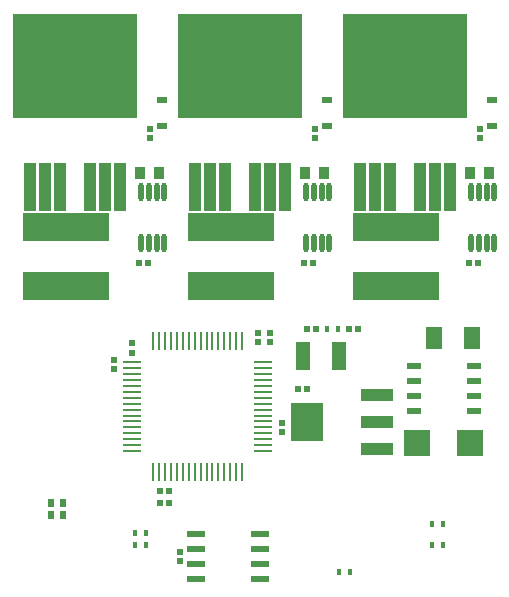
<source format=gbp>
G04 Layer_Color=128*
%FSAX24Y24*%
%MOIN*%
G70*
G01*
G75*
%ADD10R,0.0177X0.0217*%
%ADD19R,0.0205X0.0205*%
%ADD21R,0.0413X0.1634*%
%ADD22R,0.4173X0.3465*%
%ADD25R,0.0532X0.0748*%
%ADD32R,0.0205X0.0205*%
%ADD46R,0.0610X0.0236*%
%ADD47R,0.0906X0.0906*%
%ADD48R,0.0327X0.0248*%
%ADD49R,0.0354X0.0394*%
%ADD50R,0.2906X0.0961*%
%ADD51R,0.0512X0.0925*%
%ADD52R,0.1063X0.0394*%
%ADD53R,0.1063X0.1299*%
%ADD54R,0.0470X0.0220*%
%ADD55O,0.0098X0.0610*%
%ADD56O,0.0610X0.0098*%
%ADD57R,0.0217X0.0256*%
%ADD58O,0.0177X0.0630*%
D10*
X066977Y023500D02*
D03*
X066623D02*
D03*
X066977Y022800D02*
D03*
X066623D02*
D03*
X063877Y021900D02*
D03*
X063523D02*
D03*
X056723Y022800D02*
D03*
X057077D02*
D03*
X057077Y023200D02*
D03*
X056723D02*
D03*
X063477Y030000D02*
D03*
X063123D02*
D03*
D19*
X057157Y032200D02*
D03*
X056843D02*
D03*
X064157Y030000D02*
D03*
X063843D02*
D03*
X062757D02*
D03*
X062443D02*
D03*
X062457Y028000D02*
D03*
X062143D02*
D03*
X057857Y024200D02*
D03*
X057543D02*
D03*
X057857Y024600D02*
D03*
X057543D02*
D03*
X068157Y032200D02*
D03*
X067843D02*
D03*
X062657D02*
D03*
X062343D02*
D03*
D21*
X064200Y034739D02*
D03*
X064700D02*
D03*
X065200D02*
D03*
X066200D02*
D03*
X066700D02*
D03*
X067200D02*
D03*
X061700D02*
D03*
X061200D02*
D03*
X060700D02*
D03*
X059700D02*
D03*
X059200D02*
D03*
X058700D02*
D03*
X053200D02*
D03*
X053700D02*
D03*
X054200D02*
D03*
X055200D02*
D03*
X055700D02*
D03*
X056200D02*
D03*
D22*
X065700Y038755D02*
D03*
X060200D02*
D03*
X054700D02*
D03*
D25*
X067930Y029700D02*
D03*
X066670D02*
D03*
D32*
X058200Y022557D02*
D03*
Y022243D02*
D03*
X061600Y026857D02*
D03*
Y026543D02*
D03*
X061200Y029857D02*
D03*
Y029543D02*
D03*
X060800Y029857D02*
D03*
Y029543D02*
D03*
X056000Y028957D02*
D03*
Y028643D02*
D03*
X056600Y029515D02*
D03*
Y029200D02*
D03*
X068200Y036657D02*
D03*
Y036343D02*
D03*
X062700Y036657D02*
D03*
Y036343D02*
D03*
X057200Y036657D02*
D03*
Y036343D02*
D03*
D46*
X060863Y023150D02*
D03*
Y022650D02*
D03*
Y022150D02*
D03*
Y021650D02*
D03*
X058737Y023150D02*
D03*
Y022650D02*
D03*
Y022150D02*
D03*
Y021650D02*
D03*
D47*
X067886Y026200D02*
D03*
X066114D02*
D03*
D48*
X068600Y037639D02*
D03*
Y036761D02*
D03*
X063100Y037639D02*
D03*
Y036761D02*
D03*
X057600Y037639D02*
D03*
Y036761D02*
D03*
D49*
X068515Y035200D02*
D03*
X067885D02*
D03*
X063015D02*
D03*
X062385D02*
D03*
X057515D02*
D03*
X056885D02*
D03*
D50*
X065400Y031424D02*
D03*
Y033376D02*
D03*
X059900Y031424D02*
D03*
Y033376D02*
D03*
X054400Y031424D02*
D03*
Y033376D02*
D03*
D51*
X063496Y029100D02*
D03*
X062296D02*
D03*
D52*
X064761Y027806D02*
D03*
Y026900D02*
D03*
Y025994D02*
D03*
D53*
X062439Y026900D02*
D03*
D54*
X067995Y028750D02*
D03*
Y028250D02*
D03*
Y027750D02*
D03*
Y027250D02*
D03*
X066005Y028750D02*
D03*
Y028250D02*
D03*
Y027750D02*
D03*
Y027250D02*
D03*
D55*
X060276Y029575D02*
D03*
X060080D02*
D03*
X059883D02*
D03*
X059686D02*
D03*
X059489D02*
D03*
X059292D02*
D03*
X059095D02*
D03*
X058898D02*
D03*
X058702D02*
D03*
X058505D02*
D03*
X058308D02*
D03*
X058111D02*
D03*
X057914D02*
D03*
X057717D02*
D03*
X057520D02*
D03*
X057324D02*
D03*
Y025225D02*
D03*
X057520D02*
D03*
X057717D02*
D03*
X057914D02*
D03*
X058111D02*
D03*
X058308D02*
D03*
X058505D02*
D03*
X058702D02*
D03*
X058898D02*
D03*
X059095D02*
D03*
X059292D02*
D03*
X059489D02*
D03*
X059686D02*
D03*
X059883D02*
D03*
X060080D02*
D03*
X060276D02*
D03*
D56*
X056625Y028876D02*
D03*
Y028680D02*
D03*
Y028483D02*
D03*
Y028286D02*
D03*
Y028089D02*
D03*
Y027892D02*
D03*
Y027695D02*
D03*
Y027498D02*
D03*
Y027302D02*
D03*
Y027105D02*
D03*
Y026908D02*
D03*
Y026711D02*
D03*
Y026514D02*
D03*
Y026317D02*
D03*
Y026120D02*
D03*
Y025924D02*
D03*
X060975D02*
D03*
Y026120D02*
D03*
Y026317D02*
D03*
Y026514D02*
D03*
Y026711D02*
D03*
Y026908D02*
D03*
Y027105D02*
D03*
Y027302D02*
D03*
Y027498D02*
D03*
Y027695D02*
D03*
Y027892D02*
D03*
Y028089D02*
D03*
Y028286D02*
D03*
Y028483D02*
D03*
Y028680D02*
D03*
Y028876D02*
D03*
D57*
X053903Y023800D02*
D03*
X054297D02*
D03*
X053903Y024200D02*
D03*
X054297D02*
D03*
D58*
X067916Y034546D02*
D03*
X068172D02*
D03*
X068428D02*
D03*
X068684D02*
D03*
X067916Y032854D02*
D03*
X068172D02*
D03*
X068428D02*
D03*
X068684D02*
D03*
X062416Y034546D02*
D03*
X062672D02*
D03*
X062928D02*
D03*
X063184D02*
D03*
X062416Y032854D02*
D03*
X062672D02*
D03*
X062928D02*
D03*
X063184D02*
D03*
X056916Y034546D02*
D03*
X057172D02*
D03*
X057428D02*
D03*
X057684D02*
D03*
X056916Y032854D02*
D03*
X057172D02*
D03*
X057428D02*
D03*
X057684D02*
D03*
M02*

</source>
